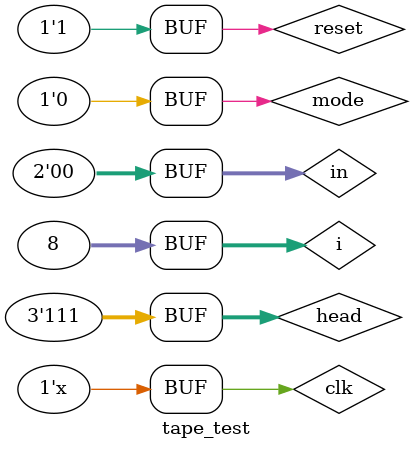
<source format=v>
`timescale 1ns / 1ps


module tape_test;

	// Inputs
	reg clk;
	reg mode;
	reg [2:0] head;
	reg reset;
	reg [1:0] in;

	// Outputs
	wire [1:0] out;

	// Instantiate the Unit Under Test (UUT)
	tape uut (
		.clk(clk), 
		.mode(mode), 
		.head(head), 
		.reset(reset), 
		.in(in), 
		.out(out)
	);

	integer i;
	
	initial begin
		// Initialize Inputs
		clk = 0;
		mode = 1;
		reset = 0;
		in = 0;

		// Wait 100 ns for global reset to finish
		#100;
		#10;
		
		// Add stimulus here
		// Write, move back, and read
		for (i = 0; i < 8; i = i + 1) begin
			head <= i;
			mode <= 1;
			if (i % 2 === 0) begin
				in <= 2'b01;
			end
			else begin
				in <= 2'b00;
			end
			#40;
			mode <= 0;
			#40;
		end
		
		
		// Reset all bits in tape
		mode <= 1;
		for (i = 0; i < 8; i = i + 1) begin
			head <= i;
			reset <= 1;
			#40;
		end
		
		// Read all bits in tape
		mode <= 0;
		for (i = 0; i < 8; i = i + 1) begin
			head <= i;
			#40;
		end
		
//		for (i = 0; i <= 150; i = i + 1) begin
//			mode <= $random;
//			head <= $random;
//			reset <= $random;
//			in <= $random;
//			#100;
//		end
	end
	
	
	// Simulate clock
	always #20 begin
		clk = ~clk;
	end
      
endmodule


</source>
